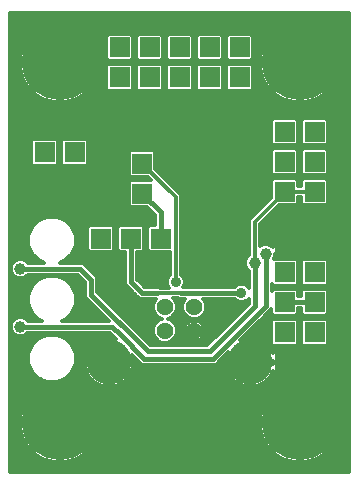
<source format=gbr>
G75*
G70*
%OFA0B0*%
%FSLAX24Y24*%
%IPPOS*%
%LPD*%
%AMOC8*
5,1,8,0,0,1.08239X$1,22.5*
%
%ADD10C,0.0562*%
%ADD11C,0.1500*%
%ADD12R,0.0650X0.0650*%
%ADD13C,0.2540*%
%ADD14C,0.0120*%
%ADD15C,0.0357*%
%ADD16C,0.0160*%
%ADD17C,0.0396*%
D10*
X005918Y005473D03*
X005918Y006260D03*
X006902Y006260D03*
X006902Y005473D03*
D11*
X008772Y004410D03*
X004048Y004410D03*
D12*
X003785Y008535D03*
X004785Y008535D03*
X005785Y008535D03*
X005160Y010035D03*
X005160Y011035D03*
X002910Y011410D03*
X002910Y012410D03*
X001910Y012410D03*
X001910Y011410D03*
X001910Y010410D03*
X002910Y010410D03*
X004410Y013910D03*
X004410Y014910D03*
X005410Y014910D03*
X005410Y013910D03*
X006410Y013910D03*
X006410Y014910D03*
X007410Y014910D03*
X007410Y013910D03*
X008410Y013910D03*
X008410Y014910D03*
X009910Y012098D03*
X009910Y011098D03*
X009910Y010098D03*
X010910Y010098D03*
X010910Y011098D03*
X010910Y012098D03*
X010910Y008410D03*
X010910Y007410D03*
X010910Y006410D03*
X010910Y005410D03*
X010910Y004410D03*
X009910Y004410D03*
X009910Y005410D03*
X009910Y006410D03*
X009910Y007410D03*
X009910Y008410D03*
D13*
X010410Y014410D03*
X002410Y014410D03*
X002410Y002410D03*
X010410Y002410D03*
D14*
X000770Y000770D02*
X000770Y016050D01*
X012050Y016050D01*
X012050Y000770D01*
X000770Y000770D01*
X000770Y000884D02*
X012050Y000884D01*
X012050Y001003D02*
X000770Y001003D01*
X000770Y001121D02*
X002078Y001121D01*
X002086Y001118D02*
X002215Y001093D01*
X002345Y001080D01*
X002350Y001080D01*
X002350Y002350D01*
X002470Y002350D01*
X002470Y002470D01*
X003740Y002470D01*
X003740Y002475D01*
X003727Y002605D01*
X003702Y002734D01*
X003664Y002859D01*
X003614Y002979D01*
X003552Y003095D01*
X003480Y003203D01*
X003397Y003304D01*
X003304Y003397D01*
X003203Y003480D01*
X003095Y003552D01*
X002979Y003614D01*
X002859Y003664D01*
X002734Y003702D01*
X002605Y003727D01*
X002475Y003740D01*
X002470Y003740D01*
X002470Y002470D01*
X002350Y002470D01*
X002350Y003740D01*
X002345Y003740D01*
X002215Y003727D01*
X002086Y003702D01*
X001961Y003664D01*
X001841Y003614D01*
X001725Y003552D01*
X001617Y003480D01*
X001516Y003397D01*
X001423Y003304D01*
X001340Y003203D01*
X001268Y003095D01*
X001206Y002979D01*
X001156Y002859D01*
X001118Y002734D01*
X001093Y002605D01*
X001080Y002475D01*
X001080Y002470D01*
X002350Y002470D01*
X002350Y002350D01*
X001080Y002350D01*
X001080Y002345D01*
X001093Y002215D01*
X001118Y002086D01*
X001156Y001961D01*
X001206Y001841D01*
X001268Y001725D01*
X001340Y001617D01*
X001423Y001516D01*
X001516Y001423D01*
X001617Y001340D01*
X001725Y001268D01*
X001841Y001206D01*
X001961Y001156D01*
X002086Y001118D01*
X002350Y001121D02*
X002470Y001121D01*
X002470Y001080D02*
X002475Y001080D01*
X002605Y001093D01*
X002734Y001118D01*
X002859Y001156D01*
X002979Y001206D01*
X003095Y001268D01*
X003203Y001340D01*
X003304Y001423D01*
X003397Y001516D01*
X003480Y001617D01*
X003552Y001725D01*
X003614Y001841D01*
X003664Y001961D01*
X003702Y002086D01*
X003727Y002215D01*
X003740Y002345D01*
X003740Y002350D01*
X002470Y002350D01*
X002470Y001080D01*
X002470Y001240D02*
X002350Y001240D01*
X002350Y001358D02*
X002470Y001358D01*
X002470Y001477D02*
X002350Y001477D01*
X002350Y001595D02*
X002470Y001595D01*
X002470Y001714D02*
X002350Y001714D01*
X002350Y001832D02*
X002470Y001832D01*
X002470Y001951D02*
X002350Y001951D01*
X002350Y002069D02*
X002470Y002069D01*
X002470Y002188D02*
X002350Y002188D01*
X002350Y002306D02*
X002470Y002306D01*
X002470Y002425D02*
X010350Y002425D01*
X010350Y002470D02*
X010350Y002350D01*
X010470Y002350D01*
X010470Y002470D01*
X011740Y002470D01*
X011740Y002475D01*
X011727Y002605D01*
X011702Y002734D01*
X011664Y002859D01*
X011614Y002979D01*
X011552Y003095D01*
X011480Y003203D01*
X011397Y003304D01*
X011304Y003397D01*
X011203Y003480D01*
X011095Y003552D01*
X010979Y003614D01*
X010859Y003664D01*
X010734Y003702D01*
X010605Y003727D01*
X010475Y003740D01*
X010470Y003740D01*
X010470Y002470D01*
X010350Y002470D01*
X010350Y003740D01*
X010345Y003740D01*
X010215Y003727D01*
X010086Y003702D01*
X009961Y003664D01*
X009841Y003614D01*
X009725Y003552D01*
X009617Y003480D01*
X009516Y003397D01*
X009423Y003304D01*
X009340Y003203D01*
X009268Y003095D01*
X009206Y002979D01*
X009156Y002859D01*
X009118Y002734D01*
X009093Y002605D01*
X009080Y002475D01*
X009080Y002470D01*
X010350Y002470D01*
X010350Y002543D02*
X010470Y002543D01*
X010470Y002425D02*
X012050Y002425D01*
X012050Y002543D02*
X011733Y002543D01*
X011716Y002662D02*
X012050Y002662D01*
X012050Y002780D02*
X011688Y002780D01*
X011647Y002899D02*
X012050Y002899D01*
X012050Y003017D02*
X011594Y003017D01*
X011525Y003136D02*
X012050Y003136D01*
X012050Y003254D02*
X011438Y003254D01*
X011328Y003373D02*
X012050Y003373D01*
X012050Y003491D02*
X011186Y003491D01*
X010987Y003610D02*
X012050Y003610D01*
X012050Y003728D02*
X010597Y003728D01*
X010470Y003728D02*
X010350Y003728D01*
X010350Y003610D02*
X010470Y003610D01*
X010470Y003491D02*
X010350Y003491D01*
X010350Y003373D02*
X010470Y003373D01*
X010470Y003254D02*
X010350Y003254D01*
X010350Y003136D02*
X010470Y003136D01*
X010470Y003017D02*
X010350Y003017D01*
X010350Y002899D02*
X010470Y002899D01*
X010470Y002780D02*
X010350Y002780D01*
X010350Y002662D02*
X010470Y002662D01*
X010470Y002350D02*
X011740Y002350D01*
X011740Y002345D01*
X011727Y002215D01*
X011702Y002086D01*
X011664Y001961D01*
X011614Y001841D01*
X011552Y001725D01*
X011480Y001617D01*
X011397Y001516D01*
X011304Y001423D01*
X011203Y001340D01*
X011095Y001268D01*
X010979Y001206D01*
X010859Y001156D01*
X010734Y001118D01*
X010605Y001093D01*
X010475Y001080D01*
X010470Y001080D01*
X010470Y002350D01*
X010470Y002306D02*
X010350Y002306D01*
X010350Y002350D02*
X010350Y001080D01*
X010345Y001080D01*
X010215Y001093D01*
X010086Y001118D01*
X009961Y001156D01*
X009841Y001206D01*
X009725Y001268D01*
X009617Y001340D01*
X009516Y001423D01*
X009423Y001516D01*
X009340Y001617D01*
X009268Y001725D01*
X009206Y001841D01*
X009156Y001961D01*
X009118Y002086D01*
X009093Y002215D01*
X009080Y002345D01*
X009080Y002350D01*
X010350Y002350D01*
X010350Y002188D02*
X010470Y002188D01*
X010470Y002069D02*
X010350Y002069D01*
X010350Y001951D02*
X010470Y001951D01*
X010470Y001832D02*
X010350Y001832D01*
X010350Y001714D02*
X010470Y001714D01*
X010470Y001595D02*
X010350Y001595D01*
X010350Y001477D02*
X010470Y001477D01*
X010470Y001358D02*
X010350Y001358D01*
X010350Y001240D02*
X010470Y001240D01*
X010470Y001121D02*
X010350Y001121D01*
X010078Y001121D02*
X002742Y001121D01*
X003042Y001240D02*
X009778Y001240D01*
X009595Y001358D02*
X003225Y001358D01*
X003357Y001477D02*
X009463Y001477D01*
X009358Y001595D02*
X003462Y001595D01*
X003544Y001714D02*
X009276Y001714D01*
X009211Y001832D02*
X003609Y001832D01*
X003659Y001951D02*
X009161Y001951D01*
X009124Y002069D02*
X003696Y002069D01*
X003722Y002188D02*
X009098Y002188D01*
X009084Y002306D02*
X003736Y002306D01*
X003733Y002543D02*
X009087Y002543D01*
X009104Y002662D02*
X003716Y002662D01*
X003688Y002780D02*
X009132Y002780D01*
X009173Y002899D02*
X003647Y002899D01*
X003594Y003017D02*
X009226Y003017D01*
X009295Y003136D02*
X003525Y003136D01*
X003438Y003254D02*
X009382Y003254D01*
X009492Y003373D02*
X003328Y003373D01*
X003186Y003491D02*
X009634Y003491D01*
X009833Y003610D02*
X008898Y003610D01*
X008931Y003614D02*
X009033Y003641D01*
X009131Y003682D01*
X009223Y003735D01*
X009307Y003800D01*
X009383Y003875D01*
X009447Y003959D01*
X009500Y004051D01*
X009525Y004111D01*
X009525Y004073D01*
X009534Y004051D01*
X009551Y004034D01*
X009573Y004025D01*
X009882Y004025D01*
X009882Y004382D01*
X009938Y004382D01*
X009938Y004438D01*
X009882Y004438D01*
X009882Y004795D01*
X009573Y004795D01*
X009551Y004786D01*
X009534Y004769D01*
X009525Y004747D01*
X009525Y004709D01*
X009500Y004769D01*
X009447Y004861D01*
X009383Y004945D01*
X009307Y005020D01*
X009223Y005085D01*
X009131Y005138D01*
X009033Y005179D01*
X008931Y005206D01*
X008832Y005219D01*
X008832Y004470D01*
X008712Y004470D01*
X008712Y004350D01*
X007963Y004350D01*
X007976Y004252D01*
X008004Y004149D01*
X008044Y004051D01*
X008097Y003959D01*
X008162Y003875D01*
X008237Y003800D01*
X008321Y003735D01*
X008413Y003682D01*
X008511Y003641D01*
X008614Y003614D01*
X008712Y003601D01*
X008712Y004350D01*
X008832Y004350D01*
X008832Y003601D01*
X008931Y003614D01*
X008832Y003610D02*
X008712Y003610D01*
X008647Y003610D02*
X004173Y003610D01*
X004206Y003614D02*
X004108Y003601D01*
X004108Y004350D01*
X004108Y004470D01*
X004857Y004470D01*
X004844Y004568D01*
X004821Y004654D01*
X005023Y004452D01*
X005140Y004335D01*
X007618Y004335D01*
X008039Y004756D01*
X008004Y004671D01*
X007976Y004568D01*
X007963Y004470D01*
X008712Y004470D01*
X008712Y005219D01*
X008614Y005206D01*
X008511Y005179D01*
X008426Y005143D01*
X009243Y005960D01*
X009465Y006182D01*
X009465Y006035D01*
X009535Y005965D01*
X010285Y005965D01*
X010355Y006035D01*
X010355Y006210D01*
X010465Y006210D01*
X010465Y006035D01*
X010535Y005965D01*
X011285Y005965D01*
X011355Y006035D01*
X011355Y006785D01*
X011285Y006855D01*
X010535Y006855D01*
X010465Y006785D01*
X010465Y006610D01*
X010355Y006610D01*
X010355Y006785D01*
X010285Y006855D01*
X009535Y006855D01*
X009485Y006805D01*
X009485Y007015D01*
X009535Y006965D01*
X010285Y006965D01*
X010355Y007035D01*
X010355Y007785D01*
X010285Y007855D01*
X009555Y007855D01*
X009603Y007972D01*
X009603Y008025D01*
X009882Y008025D01*
X009882Y008382D01*
X009525Y008382D01*
X009525Y008245D01*
X009465Y008305D01*
X009348Y008353D01*
X009222Y008353D01*
X009105Y008305D01*
X009090Y008290D01*
X009090Y009023D01*
X009720Y009653D01*
X010285Y009653D01*
X010535Y009653D01*
X011285Y009653D01*
X012050Y009653D01*
X012050Y009535D02*
X009602Y009535D01*
X009483Y009416D02*
X012050Y009416D01*
X012050Y009298D02*
X009365Y009298D01*
X009246Y009179D02*
X012050Y009179D01*
X012050Y009061D02*
X009128Y009061D01*
X009090Y008942D02*
X012050Y008942D01*
X012050Y008824D02*
X009090Y008824D01*
X009090Y008705D02*
X009525Y008705D01*
X009525Y008747D02*
X009525Y008438D01*
X009882Y008438D01*
X009882Y008795D01*
X009573Y008795D01*
X009551Y008786D01*
X009534Y008769D01*
X009525Y008747D01*
X009525Y008587D02*
X009090Y008587D01*
X009090Y008468D02*
X009525Y008468D01*
X009525Y008350D02*
X009357Y008350D01*
X009213Y008350D02*
X009090Y008350D01*
X008730Y008350D02*
X006465Y008350D01*
X006465Y008468D02*
X008730Y008468D01*
X008730Y008587D02*
X006465Y008587D01*
X006465Y008705D02*
X008730Y008705D01*
X008730Y008824D02*
X006465Y008824D01*
X006465Y008942D02*
X008730Y008942D01*
X008730Y009061D02*
X006465Y009061D01*
X006465Y009179D02*
X008737Y009179D01*
X008730Y009172D02*
X008730Y007992D01*
X008730Y007992D01*
X008640Y007903D01*
X008592Y007786D01*
X008592Y007659D01*
X008640Y007542D01*
X008710Y007473D01*
X008710Y006907D01*
X008642Y006975D01*
X008532Y007021D01*
X008413Y007021D01*
X008303Y006975D01*
X008250Y006922D01*
X006532Y006922D01*
X006538Y006928D01*
X006583Y007038D01*
X006583Y007157D01*
X006538Y007267D01*
X006465Y007340D01*
X006465Y009985D01*
X005605Y010845D01*
X005605Y011410D01*
X005535Y011480D01*
X004785Y011480D01*
X004715Y011410D01*
X004715Y010660D01*
X004785Y010590D01*
X005350Y010590D01*
X005460Y010480D01*
X004785Y010480D01*
X004715Y010410D01*
X004715Y009660D01*
X004785Y009590D01*
X005322Y009590D01*
X005585Y009327D01*
X005585Y008980D01*
X005410Y008980D01*
X005340Y008910D01*
X005340Y008160D01*
X005410Y008090D01*
X006105Y008090D01*
X006105Y007340D01*
X006032Y007267D01*
X005987Y007157D01*
X005987Y007038D01*
X006032Y006928D01*
X006058Y006902D01*
X005763Y006902D01*
X005743Y006922D01*
X005243Y006922D01*
X005180Y006985D01*
X004985Y007180D01*
X004985Y008090D01*
X005160Y008090D01*
X005230Y008160D01*
X005230Y008910D01*
X005160Y008980D01*
X004410Y008980D01*
X004340Y008910D01*
X004340Y008160D01*
X004410Y008090D01*
X004585Y008090D01*
X004585Y007015D01*
X004898Y006702D01*
X004960Y006640D01*
X005077Y006523D01*
X005613Y006523D01*
X005578Y006488D01*
X005517Y006340D01*
X005517Y006181D01*
X005578Y006033D01*
X005691Y005920D01*
X005820Y005867D01*
X005691Y005813D01*
X005578Y005700D01*
X005517Y005553D01*
X005517Y005393D01*
X005578Y005246D01*
X005691Y005133D01*
X005838Y005072D01*
X005998Y005072D01*
X006145Y005133D01*
X006258Y005246D01*
X006319Y005393D01*
X006319Y005553D01*
X006258Y005700D01*
X006145Y005813D01*
X006016Y005867D01*
X006145Y005920D01*
X006258Y006033D01*
X006319Y006181D01*
X006319Y006340D01*
X006258Y006488D01*
X006203Y006543D01*
X006370Y006543D01*
X006390Y006523D01*
X006597Y006523D01*
X006562Y006488D01*
X006501Y006340D01*
X006501Y006181D01*
X006562Y006033D01*
X006675Y005920D01*
X006822Y005859D01*
X006982Y005859D01*
X007129Y005920D01*
X007242Y006033D01*
X007303Y006181D01*
X007303Y006340D01*
X007242Y006488D01*
X007207Y006523D01*
X008250Y006523D01*
X008303Y006470D01*
X008413Y006424D01*
X008532Y006424D01*
X008642Y006470D01*
X008710Y006538D01*
X008710Y006368D01*
X007327Y004985D01*
X005430Y004985D01*
X003672Y006743D01*
X003672Y007243D01*
X003180Y007735D01*
X002428Y007735D01*
X002608Y007810D01*
X002831Y008033D01*
X002951Y008323D01*
X002951Y008638D01*
X002831Y008929D01*
X002608Y009152D01*
X002317Y009272D01*
X002003Y009272D01*
X001712Y009152D01*
X001489Y008929D01*
X001369Y008638D01*
X001369Y008323D01*
X001489Y008033D01*
X001712Y007810D01*
X001892Y007735D01*
X001347Y007735D01*
X001278Y007805D01*
X001161Y007853D01*
X001034Y007853D01*
X000917Y007805D01*
X000828Y007715D01*
X000779Y007598D01*
X000779Y007472D01*
X000828Y007355D01*
X000917Y007265D01*
X001034Y007217D01*
X001161Y007217D01*
X001278Y007265D01*
X001347Y007335D01*
X003015Y007335D01*
X003273Y007077D01*
X003273Y006577D01*
X003390Y006460D01*
X004052Y005797D01*
X002502Y005797D01*
X002608Y005841D01*
X002831Y006064D01*
X002951Y006355D01*
X002951Y006670D01*
X002831Y006961D01*
X002608Y007183D01*
X002317Y007304D01*
X002003Y007304D01*
X001712Y007183D01*
X001489Y006961D01*
X001369Y006670D01*
X001369Y006355D01*
X001489Y006064D01*
X001712Y005841D01*
X001818Y005797D01*
X001347Y005797D01*
X001278Y005867D01*
X001161Y005916D01*
X001034Y005916D01*
X000917Y005867D01*
X000828Y005778D01*
X000779Y005661D01*
X000779Y005534D01*
X000828Y005417D01*
X000917Y005328D01*
X001034Y005279D01*
X001161Y005279D01*
X001278Y005328D01*
X001347Y005398D01*
X004077Y005398D01*
X004291Y005183D01*
X004206Y005206D01*
X004108Y005219D01*
X004108Y004470D01*
X003988Y004470D01*
X003988Y005219D01*
X003889Y005206D01*
X003787Y005179D01*
X003689Y005138D01*
X003597Y005085D01*
X003513Y005020D01*
X003437Y004945D01*
X003373Y004861D01*
X003320Y004769D01*
X003279Y004671D01*
X003252Y004568D01*
X003239Y004470D01*
X003988Y004470D01*
X003988Y004350D01*
X004108Y004350D01*
X004857Y004350D01*
X004844Y004252D01*
X004816Y004149D01*
X004776Y004051D01*
X004723Y003959D01*
X004658Y003875D01*
X004583Y003800D01*
X004499Y003735D01*
X004407Y003682D01*
X004309Y003641D01*
X004206Y003614D01*
X004108Y003610D02*
X003988Y003610D01*
X003988Y003601D02*
X003988Y004350D01*
X003239Y004350D01*
X003252Y004252D01*
X003279Y004149D01*
X003320Y004051D01*
X003373Y003959D01*
X003437Y003875D01*
X003513Y003800D01*
X003597Y003735D01*
X003689Y003682D01*
X003787Y003641D01*
X003889Y003614D01*
X003988Y003601D01*
X003922Y003610D02*
X002987Y003610D01*
X002700Y003965D02*
X003369Y003965D01*
X003306Y004084D02*
X002819Y004084D01*
X002831Y004096D02*
X002951Y004386D01*
X002951Y004701D01*
X002831Y004992D01*
X002608Y005215D01*
X002317Y005335D01*
X002003Y005335D01*
X001712Y005215D01*
X001489Y004992D01*
X001369Y004701D01*
X001369Y004386D01*
X001489Y004096D01*
X001712Y003873D01*
X002003Y003752D01*
X002317Y003752D01*
X002608Y003873D01*
X002831Y004096D01*
X002875Y004202D02*
X003265Y004202D01*
X003243Y004321D02*
X002924Y004321D01*
X002951Y004439D02*
X003988Y004439D01*
X003988Y004321D02*
X004108Y004321D01*
X004108Y004439D02*
X005036Y004439D01*
X004917Y004558D02*
X004845Y004558D01*
X004853Y004321D02*
X007967Y004321D01*
X007989Y004202D02*
X004831Y004202D01*
X004789Y004084D02*
X008031Y004084D01*
X008094Y003965D02*
X004726Y003965D01*
X004630Y003847D02*
X008190Y003847D01*
X008333Y003728D02*
X004487Y003728D01*
X004108Y003728D02*
X003988Y003728D01*
X003988Y003847D02*
X004108Y003847D01*
X004108Y003965D02*
X003988Y003965D01*
X003988Y004084D02*
X004108Y004084D01*
X004108Y004202D02*
X003988Y004202D01*
X003988Y004558D02*
X004108Y004558D01*
X004108Y004676D02*
X003988Y004676D01*
X003988Y004795D02*
X004108Y004795D01*
X004108Y004913D02*
X003988Y004913D01*
X003988Y005032D02*
X004108Y005032D01*
X004108Y005150D02*
X003988Y005150D01*
X004088Y005387D02*
X001337Y005387D01*
X001528Y005032D02*
X000770Y005032D01*
X000770Y005150D02*
X001647Y005150D01*
X001841Y005269D02*
X000770Y005269D01*
X000770Y005387D02*
X000858Y005387D01*
X000791Y005506D02*
X000770Y005506D01*
X000770Y005624D02*
X000779Y005624D01*
X000770Y005743D02*
X000813Y005743D01*
X000770Y005861D02*
X000911Y005861D01*
X000770Y005980D02*
X001574Y005980D01*
X001475Y006098D02*
X000770Y006098D01*
X000770Y006217D02*
X001426Y006217D01*
X001377Y006335D02*
X000770Y006335D01*
X000770Y006454D02*
X001369Y006454D01*
X001369Y006572D02*
X000770Y006572D01*
X000770Y006691D02*
X001377Y006691D01*
X001426Y006809D02*
X000770Y006809D01*
X000770Y006928D02*
X001475Y006928D01*
X001574Y007046D02*
X000770Y007046D01*
X000770Y007165D02*
X001693Y007165D01*
X001952Y007283D02*
X001295Y007283D01*
X001325Y007757D02*
X001839Y007757D01*
X001646Y007876D02*
X000770Y007876D01*
X000770Y007994D02*
X001528Y007994D01*
X001456Y008113D02*
X000770Y008113D01*
X000770Y008231D02*
X001407Y008231D01*
X001369Y008350D02*
X000770Y008350D01*
X000770Y008468D02*
X001369Y008468D01*
X001369Y008587D02*
X000770Y008587D01*
X000770Y008705D02*
X001396Y008705D01*
X001445Y008824D02*
X000770Y008824D01*
X000770Y008942D02*
X001502Y008942D01*
X001620Y009061D02*
X000770Y009061D01*
X000770Y009179D02*
X001777Y009179D01*
X001882Y010025D02*
X001573Y010025D01*
X001551Y010034D01*
X001534Y010051D01*
X001525Y010073D01*
X001525Y010382D01*
X001882Y010382D01*
X001938Y010382D01*
X001938Y010438D01*
X001882Y010438D01*
X001882Y010795D01*
X001573Y010795D01*
X001551Y010786D01*
X001534Y010769D01*
X001525Y010747D01*
X001525Y010438D01*
X001882Y010438D01*
X001882Y010382D01*
X001882Y010025D01*
X001938Y010025D02*
X002247Y010025D01*
X002269Y010034D01*
X002286Y010051D01*
X002295Y010073D01*
X002295Y010382D01*
X001938Y010382D01*
X001938Y010025D01*
X001938Y010127D02*
X001882Y010127D01*
X001882Y010246D02*
X001938Y010246D01*
X001938Y010364D02*
X001882Y010364D01*
X001938Y010438D02*
X002295Y010438D01*
X002295Y010747D01*
X002286Y010769D01*
X002269Y010786D01*
X002247Y010795D01*
X001938Y010795D01*
X001938Y010438D01*
X001938Y010483D02*
X001882Y010483D01*
X001882Y010601D02*
X001938Y010601D01*
X001938Y010720D02*
X001882Y010720D01*
X002295Y010720D02*
X002525Y010720D01*
X002525Y010747D02*
X002525Y010438D01*
X002882Y010438D01*
X002882Y010795D01*
X002573Y010795D01*
X002551Y010786D01*
X002534Y010769D01*
X002525Y010747D01*
X002525Y010601D02*
X002295Y010601D01*
X002295Y010483D02*
X002525Y010483D01*
X002525Y010382D02*
X002525Y010073D01*
X002534Y010051D01*
X002551Y010034D01*
X002573Y010025D01*
X002882Y010025D01*
X002882Y010382D01*
X002938Y010382D01*
X002938Y010438D01*
X002882Y010438D01*
X002882Y010382D01*
X002525Y010382D01*
X002525Y010364D02*
X002295Y010364D01*
X002295Y010246D02*
X002525Y010246D01*
X002525Y010127D02*
X002295Y010127D01*
X002882Y010127D02*
X002938Y010127D01*
X002938Y010025D02*
X003247Y010025D01*
X003269Y010034D01*
X003286Y010051D01*
X003295Y010073D01*
X003295Y010382D01*
X002938Y010382D01*
X002938Y010025D01*
X002938Y010246D02*
X002882Y010246D01*
X002882Y010364D02*
X002938Y010364D01*
X002938Y010438D02*
X003295Y010438D01*
X003295Y010747D01*
X003286Y010769D01*
X003269Y010786D01*
X003247Y010795D01*
X002938Y010795D01*
X002938Y010438D01*
X002938Y010483D02*
X002882Y010483D01*
X002882Y010601D02*
X002938Y010601D01*
X002938Y010720D02*
X002882Y010720D01*
X002535Y010965D02*
X003285Y010965D01*
X003355Y011035D01*
X003355Y011785D01*
X003285Y011855D01*
X002535Y011855D01*
X002465Y011785D01*
X002465Y011035D01*
X002535Y010965D01*
X002465Y011075D02*
X002355Y011075D01*
X002355Y011035D02*
X002355Y011785D01*
X002285Y011855D01*
X001535Y011855D01*
X001465Y011785D01*
X001465Y011035D01*
X001535Y010965D01*
X002285Y010965D01*
X002355Y011035D01*
X002355Y011194D02*
X002465Y011194D01*
X002465Y011312D02*
X002355Y011312D01*
X002355Y011431D02*
X002465Y011431D01*
X002465Y011549D02*
X002355Y011549D01*
X002355Y011668D02*
X002465Y011668D01*
X002466Y011786D02*
X002354Y011786D01*
X002247Y012025D02*
X002269Y012034D01*
X002286Y012051D01*
X002295Y012073D01*
X002295Y012382D01*
X001938Y012382D01*
X001938Y012438D01*
X001882Y012438D01*
X001882Y012795D01*
X001573Y012795D01*
X001551Y012786D01*
X001534Y012769D01*
X001525Y012747D01*
X001525Y012438D01*
X001882Y012438D01*
X001882Y012382D01*
X001938Y012382D01*
X001938Y012025D01*
X002247Y012025D01*
X002295Y012142D02*
X002525Y012142D01*
X002525Y012073D02*
X002534Y012051D01*
X002551Y012034D01*
X002573Y012025D01*
X002882Y012025D01*
X002882Y012382D01*
X002938Y012382D01*
X002938Y012438D01*
X002882Y012438D01*
X002882Y012795D01*
X002573Y012795D01*
X002551Y012786D01*
X002534Y012769D01*
X002525Y012747D01*
X002525Y012438D01*
X002882Y012438D01*
X002882Y012382D01*
X002525Y012382D01*
X002525Y012073D01*
X002525Y012260D02*
X002295Y012260D01*
X002295Y012379D02*
X002525Y012379D01*
X002525Y012497D02*
X002295Y012497D01*
X002295Y012438D02*
X002295Y012747D01*
X002286Y012769D01*
X002269Y012786D01*
X002247Y012795D01*
X001938Y012795D01*
X001938Y012438D01*
X002295Y012438D01*
X002295Y012616D02*
X002525Y012616D01*
X002525Y012734D02*
X002295Y012734D01*
X002345Y013080D02*
X002215Y013093D01*
X002086Y013118D01*
X001961Y013156D01*
X001841Y013206D01*
X001725Y013268D01*
X001617Y013340D01*
X001516Y013423D01*
X001423Y013516D01*
X001340Y013617D01*
X001268Y013725D01*
X001206Y013841D01*
X001156Y013961D01*
X001118Y014086D01*
X001093Y014215D01*
X001080Y014345D01*
X001080Y014350D01*
X002350Y014350D01*
X002470Y014350D01*
X002470Y014470D01*
X003740Y014470D01*
X003740Y014475D01*
X003727Y014605D01*
X003702Y014734D01*
X003664Y014859D01*
X003614Y014979D01*
X003552Y015095D01*
X003480Y015203D01*
X003397Y015304D01*
X003304Y015397D01*
X003203Y015480D01*
X003095Y015552D01*
X002979Y015614D01*
X002859Y015664D01*
X002734Y015702D01*
X002605Y015727D01*
X002475Y015740D01*
X002470Y015740D01*
X002470Y014470D01*
X002350Y014470D01*
X002350Y015740D01*
X002345Y015740D01*
X002215Y015727D01*
X002086Y015702D01*
X001961Y015664D01*
X001841Y015614D01*
X001725Y015552D01*
X001617Y015480D01*
X001516Y015397D01*
X001423Y015304D01*
X001340Y015203D01*
X001268Y015095D01*
X001206Y014979D01*
X001156Y014859D01*
X001118Y014734D01*
X001093Y014605D01*
X001080Y014475D01*
X001080Y014470D01*
X002350Y014470D01*
X002350Y014350D01*
X002350Y013080D01*
X002345Y013080D01*
X002350Y013090D02*
X002470Y013090D01*
X002470Y013080D02*
X002475Y013080D01*
X002605Y013093D01*
X002734Y013118D01*
X002859Y013156D01*
X002979Y013206D01*
X003095Y013268D01*
X003203Y013340D01*
X003304Y013423D01*
X003397Y013516D01*
X003480Y013617D01*
X003552Y013725D01*
X003614Y013841D01*
X003664Y013961D01*
X003702Y014086D01*
X003727Y014215D01*
X003740Y014345D01*
X003740Y014350D01*
X002470Y014350D01*
X002470Y013080D01*
X002572Y013090D02*
X010248Y013090D01*
X010215Y013093D02*
X010345Y013080D01*
X010350Y013080D01*
X010350Y014350D01*
X010470Y014350D01*
X010470Y014470D01*
X011740Y014470D01*
X011740Y014475D01*
X011727Y014605D01*
X011702Y014734D01*
X011664Y014859D01*
X011614Y014979D01*
X011552Y015095D01*
X011480Y015203D01*
X011397Y015304D01*
X011304Y015397D01*
X011203Y015480D01*
X011095Y015552D01*
X010979Y015614D01*
X010859Y015664D01*
X010734Y015702D01*
X010605Y015727D01*
X010475Y015740D01*
X010470Y015740D01*
X010470Y014470D01*
X010350Y014470D01*
X010350Y015740D01*
X010345Y015740D01*
X010215Y015727D01*
X010086Y015702D01*
X009961Y015664D01*
X009841Y015614D01*
X009725Y015552D01*
X009617Y015480D01*
X009516Y015397D01*
X009423Y015304D01*
X009340Y015203D01*
X009268Y015095D01*
X009206Y014979D01*
X009156Y014859D01*
X009118Y014734D01*
X009093Y014605D01*
X009080Y014475D01*
X009080Y014470D01*
X010350Y014470D01*
X010350Y014350D01*
X009080Y014350D01*
X009080Y014345D01*
X009093Y014215D01*
X009118Y014086D01*
X009156Y013961D01*
X009206Y013841D01*
X009268Y013725D01*
X009340Y013617D01*
X009423Y013516D01*
X009516Y013423D01*
X009617Y013340D01*
X009725Y013268D01*
X009841Y013206D01*
X009961Y013156D01*
X010086Y013118D01*
X010215Y013093D01*
X010350Y013090D02*
X010470Y013090D01*
X010470Y013080D02*
X010475Y013080D01*
X010605Y013093D01*
X010734Y013118D01*
X010859Y013156D01*
X010979Y013206D01*
X011095Y013268D01*
X011203Y013340D01*
X011304Y013423D01*
X011397Y013516D01*
X011480Y013617D01*
X011552Y013725D01*
X011614Y013841D01*
X011664Y013961D01*
X011702Y014086D01*
X011727Y014215D01*
X011740Y014345D01*
X011740Y014350D01*
X010470Y014350D01*
X010470Y013080D01*
X010572Y013090D02*
X012050Y013090D01*
X012050Y013208D02*
X010983Y013208D01*
X011182Y013327D02*
X012050Y013327D01*
X012050Y013445D02*
X011326Y013445D01*
X011436Y013564D02*
X012050Y013564D01*
X012050Y013682D02*
X011523Y013682D01*
X011592Y013801D02*
X012050Y013801D01*
X012050Y013919D02*
X011646Y013919D01*
X011687Y014038D02*
X012050Y014038D01*
X012050Y014156D02*
X011716Y014156D01*
X011733Y014275D02*
X012050Y014275D01*
X012050Y014393D02*
X010470Y014393D01*
X010470Y014275D02*
X010350Y014275D01*
X010350Y014393D02*
X002470Y014393D01*
X002470Y014275D02*
X002350Y014275D01*
X002350Y014393D02*
X000770Y014393D01*
X000770Y014275D02*
X001087Y014275D01*
X001104Y014156D02*
X000770Y014156D01*
X000770Y014038D02*
X001133Y014038D01*
X001174Y013919D02*
X000770Y013919D01*
X000770Y013801D02*
X001228Y013801D01*
X001297Y013682D02*
X000770Y013682D01*
X000770Y013564D02*
X001384Y013564D01*
X001494Y013445D02*
X000770Y013445D01*
X000770Y013327D02*
X001638Y013327D01*
X001837Y013208D02*
X000770Y013208D01*
X000770Y013090D02*
X002248Y013090D01*
X002350Y013208D02*
X002470Y013208D01*
X002470Y013327D02*
X002350Y013327D01*
X002350Y013445D02*
X002470Y013445D01*
X002470Y013564D02*
X002350Y013564D01*
X002350Y013682D02*
X002470Y013682D01*
X002470Y013801D02*
X002350Y013801D01*
X002350Y013919D02*
X002470Y013919D01*
X002470Y014038D02*
X002350Y014038D01*
X002350Y014156D02*
X002470Y014156D01*
X002470Y014512D02*
X002350Y014512D01*
X002350Y014630D02*
X002470Y014630D01*
X002470Y014749D02*
X002350Y014749D01*
X002350Y014867D02*
X002470Y014867D01*
X002470Y014986D02*
X002350Y014986D01*
X002350Y015104D02*
X002470Y015104D01*
X002470Y015223D02*
X002350Y015223D01*
X002350Y015341D02*
X002470Y015341D01*
X002470Y015460D02*
X002350Y015460D01*
X002350Y015578D02*
X002470Y015578D01*
X002470Y015697D02*
X002350Y015697D01*
X002069Y015697D02*
X000770Y015697D01*
X000770Y015815D02*
X012050Y015815D01*
X012050Y015697D02*
X010751Y015697D01*
X010470Y015697D02*
X010350Y015697D01*
X010350Y015578D02*
X010470Y015578D01*
X010470Y015460D02*
X010350Y015460D01*
X010350Y015341D02*
X010470Y015341D01*
X010470Y015223D02*
X010350Y015223D01*
X010350Y015104D02*
X010470Y015104D01*
X010470Y014986D02*
X010350Y014986D01*
X010350Y014867D02*
X010470Y014867D01*
X010470Y014749D02*
X010350Y014749D01*
X010350Y014630D02*
X010470Y014630D01*
X010470Y014512D02*
X010350Y014512D01*
X010350Y014156D02*
X010470Y014156D01*
X010470Y014038D02*
X010350Y014038D01*
X010350Y013919D02*
X010470Y013919D01*
X010470Y013801D02*
X010350Y013801D01*
X010350Y013682D02*
X010470Y013682D01*
X010470Y013564D02*
X010350Y013564D01*
X010350Y013445D02*
X010470Y013445D01*
X010470Y013327D02*
X010350Y013327D01*
X010350Y013208D02*
X010470Y013208D01*
X009837Y013208D02*
X002983Y013208D01*
X003182Y013327D02*
X009638Y013327D01*
X009494Y013445D02*
X003326Y013445D01*
X003436Y013564D02*
X003965Y013564D01*
X003965Y013535D02*
X004035Y013465D01*
X004785Y013465D01*
X004855Y013535D01*
X004855Y014285D01*
X004785Y014355D01*
X004035Y014355D01*
X003965Y014285D01*
X003965Y013535D01*
X003965Y013682D02*
X003523Y013682D01*
X003592Y013801D02*
X003965Y013801D01*
X003965Y013919D02*
X003646Y013919D01*
X003687Y014038D02*
X003965Y014038D01*
X003965Y014156D02*
X003716Y014156D01*
X003733Y014275D02*
X003965Y014275D01*
X004035Y014465D02*
X004785Y014465D01*
X004855Y014535D01*
X004855Y015285D01*
X004785Y015355D01*
X004035Y015355D01*
X003965Y015285D01*
X003965Y014535D01*
X004035Y014465D01*
X003989Y014512D02*
X003736Y014512D01*
X003722Y014630D02*
X003965Y014630D01*
X003965Y014749D02*
X003697Y014749D01*
X003660Y014867D02*
X003965Y014867D01*
X003965Y014986D02*
X003610Y014986D01*
X003546Y015104D02*
X003965Y015104D01*
X003965Y015223D02*
X003464Y015223D01*
X003360Y015341D02*
X004021Y015341D01*
X004799Y015341D02*
X005021Y015341D01*
X005035Y015355D02*
X004965Y015285D01*
X004965Y014535D01*
X005035Y014465D01*
X005785Y014465D01*
X005855Y014535D01*
X005855Y015285D01*
X005785Y015355D01*
X005035Y015355D01*
X004965Y015223D02*
X004855Y015223D01*
X004855Y015104D02*
X004965Y015104D01*
X004965Y014986D02*
X004855Y014986D01*
X004855Y014867D02*
X004965Y014867D01*
X004965Y014749D02*
X004855Y014749D01*
X004855Y014630D02*
X004965Y014630D01*
X004989Y014512D02*
X004831Y014512D01*
X005035Y014355D02*
X004965Y014285D01*
X004965Y013535D01*
X005035Y013465D01*
X005785Y013465D01*
X005855Y013535D01*
X005855Y014285D01*
X005785Y014355D01*
X005035Y014355D01*
X004965Y014275D02*
X004855Y014275D01*
X004855Y014156D02*
X004965Y014156D01*
X004965Y014038D02*
X004855Y014038D01*
X004855Y013919D02*
X004965Y013919D01*
X004965Y013801D02*
X004855Y013801D01*
X004855Y013682D02*
X004965Y013682D01*
X004965Y013564D02*
X004855Y013564D01*
X005855Y013564D02*
X005965Y013564D01*
X005965Y013535D02*
X006035Y013465D01*
X006785Y013465D01*
X006855Y013535D01*
X006855Y014285D01*
X006785Y014355D01*
X006035Y014355D01*
X005965Y014285D01*
X005965Y013535D01*
X005965Y013682D02*
X005855Y013682D01*
X005855Y013801D02*
X005965Y013801D01*
X005965Y013919D02*
X005855Y013919D01*
X005855Y014038D02*
X005965Y014038D01*
X005965Y014156D02*
X005855Y014156D01*
X005855Y014275D02*
X005965Y014275D01*
X006035Y014465D02*
X006785Y014465D01*
X006855Y014535D01*
X006855Y015285D01*
X006785Y015355D01*
X006035Y015355D01*
X005965Y015285D01*
X005965Y014535D01*
X006035Y014465D01*
X005989Y014512D02*
X005831Y014512D01*
X005855Y014630D02*
X005965Y014630D01*
X005965Y014749D02*
X005855Y014749D01*
X005855Y014867D02*
X005965Y014867D01*
X005965Y014986D02*
X005855Y014986D01*
X005855Y015104D02*
X005965Y015104D01*
X005965Y015223D02*
X005855Y015223D01*
X005799Y015341D02*
X006021Y015341D01*
X006799Y015341D02*
X007021Y015341D01*
X007035Y015355D02*
X006965Y015285D01*
X006965Y014535D01*
X007035Y014465D01*
X007785Y014465D01*
X007855Y014535D01*
X007855Y015285D01*
X007785Y015355D01*
X007035Y015355D01*
X006965Y015223D02*
X006855Y015223D01*
X006855Y015104D02*
X006965Y015104D01*
X006965Y014986D02*
X006855Y014986D01*
X006855Y014867D02*
X006965Y014867D01*
X006965Y014749D02*
X006855Y014749D01*
X006855Y014630D02*
X006965Y014630D01*
X006989Y014512D02*
X006831Y014512D01*
X006855Y014275D02*
X006965Y014275D01*
X006965Y014285D02*
X007035Y014355D01*
X007785Y014355D01*
X007855Y014285D01*
X007855Y013535D01*
X007785Y013465D01*
X007035Y013465D01*
X006965Y013535D01*
X006965Y014285D01*
X006965Y014156D02*
X006855Y014156D01*
X006855Y014038D02*
X006965Y014038D01*
X006965Y013919D02*
X006855Y013919D01*
X006855Y013801D02*
X006965Y013801D01*
X006965Y013682D02*
X006855Y013682D01*
X006855Y013564D02*
X006965Y013564D01*
X007855Y013564D02*
X007965Y013564D01*
X007965Y013535D02*
X008035Y013465D01*
X008785Y013465D01*
X008855Y013535D01*
X008855Y014285D01*
X008785Y014355D01*
X008035Y014355D01*
X007965Y014285D01*
X007965Y013535D01*
X007965Y013682D02*
X007855Y013682D01*
X007855Y013801D02*
X007965Y013801D01*
X007965Y013919D02*
X007855Y013919D01*
X007855Y014038D02*
X007965Y014038D01*
X007965Y014156D02*
X007855Y014156D01*
X007855Y014275D02*
X007965Y014275D01*
X008035Y014465D02*
X008785Y014465D01*
X008855Y014535D01*
X008855Y015285D01*
X008785Y015355D01*
X008035Y015355D01*
X007965Y015285D01*
X007965Y014535D01*
X008035Y014465D01*
X007989Y014512D02*
X007831Y014512D01*
X007855Y014630D02*
X007965Y014630D01*
X007965Y014749D02*
X007855Y014749D01*
X007855Y014867D02*
X007965Y014867D01*
X007965Y014986D02*
X007855Y014986D01*
X007855Y015104D02*
X007965Y015104D01*
X007965Y015223D02*
X007855Y015223D01*
X007799Y015341D02*
X008021Y015341D01*
X008799Y015341D02*
X009460Y015341D01*
X009356Y015223D02*
X008855Y015223D01*
X008855Y015104D02*
X009274Y015104D01*
X009210Y014986D02*
X008855Y014986D01*
X008855Y014867D02*
X009160Y014867D01*
X009123Y014749D02*
X008855Y014749D01*
X008855Y014630D02*
X009098Y014630D01*
X009084Y014512D02*
X008831Y014512D01*
X008855Y014275D02*
X009087Y014275D01*
X009104Y014156D02*
X008855Y014156D01*
X008855Y014038D02*
X009133Y014038D01*
X009174Y013919D02*
X008855Y013919D01*
X008855Y013801D02*
X009228Y013801D01*
X009297Y013682D02*
X008855Y013682D01*
X008855Y013564D02*
X009384Y013564D01*
X009535Y012542D02*
X009465Y012472D01*
X009465Y011723D01*
X009535Y011653D01*
X010285Y011653D01*
X010355Y011723D01*
X010355Y012472D01*
X010285Y012542D01*
X009535Y012542D01*
X009490Y012497D02*
X003295Y012497D01*
X003295Y012438D02*
X003295Y012747D01*
X003286Y012769D01*
X003269Y012786D01*
X003247Y012795D01*
X002938Y012795D01*
X002938Y012438D01*
X003295Y012438D01*
X003295Y012382D02*
X002938Y012382D01*
X002938Y012025D01*
X003247Y012025D01*
X003269Y012034D01*
X003286Y012051D01*
X003295Y012073D01*
X003295Y012382D01*
X003295Y012379D02*
X009465Y012379D01*
X009465Y012260D02*
X003295Y012260D01*
X003295Y012142D02*
X009465Y012142D01*
X009465Y012023D02*
X000770Y012023D01*
X000770Y011905D02*
X009465Y011905D01*
X009465Y011786D02*
X003354Y011786D01*
X003355Y011668D02*
X009520Y011668D01*
X009535Y011542D02*
X009465Y011472D01*
X009465Y010723D01*
X009535Y010653D01*
X010285Y010653D01*
X010355Y010723D01*
X010355Y011472D01*
X010285Y011542D01*
X009535Y011542D01*
X009465Y011431D02*
X005584Y011431D01*
X005605Y011312D02*
X009465Y011312D01*
X009465Y011194D02*
X005605Y011194D01*
X005605Y011075D02*
X009465Y011075D01*
X009465Y010957D02*
X005605Y010957D01*
X005612Y010838D02*
X009465Y010838D01*
X009468Y010720D02*
X005730Y010720D01*
X005849Y010601D02*
X012050Y010601D01*
X012050Y010483D02*
X011345Y010483D01*
X011355Y010472D02*
X011285Y010542D01*
X010535Y010542D01*
X010465Y010472D01*
X010465Y010277D01*
X010355Y010277D01*
X010355Y010472D01*
X010285Y010542D01*
X009535Y010542D01*
X009465Y010472D01*
X009465Y009907D01*
X008730Y009172D01*
X008855Y009298D02*
X006465Y009298D01*
X006465Y009416D02*
X008974Y009416D01*
X009092Y009535D02*
X006465Y009535D01*
X006465Y009653D02*
X009211Y009653D01*
X009329Y009772D02*
X006465Y009772D01*
X006465Y009890D02*
X009448Y009890D01*
X009465Y010009D02*
X006441Y010009D01*
X006323Y010127D02*
X009465Y010127D01*
X009465Y010246D02*
X006204Y010246D01*
X006086Y010364D02*
X009465Y010364D01*
X009475Y010483D02*
X005967Y010483D01*
X005458Y010483D02*
X003295Y010483D01*
X003295Y010601D02*
X004774Y010601D01*
X004715Y010720D02*
X003295Y010720D01*
X003295Y010364D02*
X004715Y010364D01*
X004715Y010246D02*
X003295Y010246D01*
X003295Y010127D02*
X004715Y010127D01*
X004715Y010009D02*
X000770Y010009D01*
X000770Y010127D02*
X001525Y010127D01*
X001525Y010246D02*
X000770Y010246D01*
X000770Y010364D02*
X001525Y010364D01*
X001525Y010483D02*
X000770Y010483D01*
X000770Y010601D02*
X001525Y010601D01*
X001525Y010720D02*
X000770Y010720D01*
X000770Y010838D02*
X004715Y010838D01*
X004715Y010957D02*
X000770Y010957D01*
X000770Y011075D02*
X001465Y011075D01*
X001465Y011194D02*
X000770Y011194D01*
X000770Y011312D02*
X001465Y011312D01*
X001465Y011431D02*
X000770Y011431D01*
X000770Y011549D02*
X001465Y011549D01*
X001465Y011668D02*
X000770Y011668D01*
X000770Y011786D02*
X001466Y011786D01*
X001573Y012025D02*
X001551Y012034D01*
X001534Y012051D01*
X001525Y012073D01*
X001525Y012382D01*
X001882Y012382D01*
X001882Y012025D01*
X001573Y012025D01*
X001525Y012142D02*
X000770Y012142D01*
X000770Y012260D02*
X001525Y012260D01*
X001525Y012379D02*
X000770Y012379D01*
X000770Y012497D02*
X001525Y012497D01*
X001525Y012616D02*
X000770Y012616D01*
X000770Y012734D02*
X001525Y012734D01*
X001882Y012734D02*
X001938Y012734D01*
X001938Y012616D02*
X001882Y012616D01*
X001882Y012497D02*
X001938Y012497D01*
X001938Y012379D02*
X001882Y012379D01*
X001882Y012260D02*
X001938Y012260D01*
X001938Y012142D02*
X001882Y012142D01*
X002882Y012142D02*
X002938Y012142D01*
X002938Y012260D02*
X002882Y012260D01*
X002882Y012379D02*
X002938Y012379D01*
X002938Y012497D02*
X002882Y012497D01*
X002882Y012616D02*
X002938Y012616D01*
X002938Y012734D02*
X002882Y012734D01*
X003295Y012734D02*
X012050Y012734D01*
X012050Y012616D02*
X003295Y012616D01*
X003355Y011549D02*
X012050Y011549D01*
X012050Y011431D02*
X011355Y011431D01*
X011355Y011472D02*
X011285Y011542D01*
X010535Y011542D01*
X010465Y011472D01*
X010465Y010723D01*
X010535Y010653D01*
X011285Y010653D01*
X011355Y010723D01*
X011355Y011472D01*
X011355Y011312D02*
X012050Y011312D01*
X012050Y011194D02*
X011355Y011194D01*
X011355Y011075D02*
X012050Y011075D01*
X012050Y010957D02*
X011355Y010957D01*
X011355Y010838D02*
X012050Y010838D01*
X012050Y010720D02*
X011352Y010720D01*
X011355Y010472D02*
X011355Y009723D01*
X011285Y009653D01*
X011355Y009772D02*
X012050Y009772D01*
X012050Y009890D02*
X011355Y009890D01*
X011355Y010009D02*
X012050Y010009D01*
X012050Y010127D02*
X011355Y010127D01*
X011355Y010246D02*
X012050Y010246D01*
X012050Y010364D02*
X011355Y010364D01*
X010910Y010098D02*
X009910Y010098D01*
X008910Y009098D01*
X008910Y007723D01*
X008730Y007994D02*
X006465Y007994D01*
X006465Y007876D02*
X008629Y007876D01*
X008592Y007757D02*
X006465Y007757D01*
X006465Y007639D02*
X008600Y007639D01*
X008663Y007520D02*
X006465Y007520D01*
X006465Y007402D02*
X008710Y007402D01*
X008710Y007283D02*
X006522Y007283D01*
X006580Y007165D02*
X008710Y007165D01*
X008710Y007046D02*
X006583Y007046D01*
X006537Y006928D02*
X008255Y006928D01*
X008690Y006928D02*
X008710Y006928D01*
X008710Y006454D02*
X008603Y006454D01*
X008677Y006335D02*
X007303Y006335D01*
X007303Y006217D02*
X008559Y006217D01*
X008440Y006098D02*
X007269Y006098D01*
X007188Y005980D02*
X008322Y005980D01*
X008203Y005861D02*
X006986Y005861D01*
X007002Y005801D02*
X006936Y005814D01*
X006933Y005814D01*
X006933Y005504D01*
X006872Y005504D01*
X006872Y005814D01*
X006869Y005814D01*
X006803Y005801D01*
X006741Y005775D01*
X006685Y005738D01*
X006637Y005690D01*
X006600Y005635D01*
X006574Y005572D01*
X006561Y005507D01*
X006561Y005504D01*
X006872Y005504D01*
X006872Y005442D01*
X006933Y005442D01*
X006933Y005504D01*
X007243Y005504D01*
X007243Y005507D01*
X007230Y005572D01*
X007204Y005635D01*
X007167Y005690D01*
X007120Y005738D01*
X007064Y005775D01*
X007002Y005801D01*
X006933Y005743D02*
X006872Y005743D01*
X006872Y005624D02*
X006933Y005624D01*
X006933Y005506D02*
X006872Y005506D01*
X006872Y005442D02*
X006561Y005442D01*
X006561Y005439D01*
X006574Y005373D01*
X006600Y005311D01*
X006637Y005256D01*
X006685Y005208D01*
X006741Y005171D01*
X006803Y005145D01*
X006869Y005132D01*
X006872Y005132D01*
X006872Y005442D01*
X006872Y005387D02*
X006933Y005387D01*
X006933Y005442D02*
X006933Y005132D01*
X006936Y005132D01*
X007002Y005145D01*
X007064Y005171D01*
X007120Y005208D01*
X007167Y005256D01*
X007204Y005311D01*
X007230Y005373D01*
X007243Y005439D01*
X007243Y005442D01*
X006933Y005442D01*
X006933Y005269D02*
X006872Y005269D01*
X006872Y005150D02*
X006933Y005150D01*
X007014Y005150D02*
X007492Y005150D01*
X007374Y005032D02*
X005384Y005032D01*
X005265Y005150D02*
X005674Y005150D01*
X005568Y005269D02*
X005147Y005269D01*
X005028Y005387D02*
X005519Y005387D01*
X005517Y005506D02*
X004910Y005506D01*
X004791Y005624D02*
X005546Y005624D01*
X005620Y005743D02*
X004673Y005743D01*
X004554Y005861D02*
X005807Y005861D01*
X005632Y005980D02*
X004436Y005980D01*
X004317Y006098D02*
X005551Y006098D01*
X005517Y006217D02*
X004199Y006217D01*
X004080Y006335D02*
X005517Y006335D01*
X005564Y006454D02*
X003962Y006454D01*
X003843Y006572D02*
X005028Y006572D01*
X004909Y006691D02*
X003725Y006691D01*
X003672Y006809D02*
X004791Y006809D01*
X004672Y006928D02*
X003672Y006928D01*
X003672Y007046D02*
X004585Y007046D01*
X004585Y007165D02*
X003672Y007165D01*
X003632Y007283D02*
X004585Y007283D01*
X004585Y007402D02*
X003514Y007402D01*
X003395Y007520D02*
X004585Y007520D01*
X004585Y007639D02*
X003277Y007639D01*
X003067Y007283D02*
X002368Y007283D01*
X002627Y007165D02*
X003185Y007165D01*
X003273Y007046D02*
X002746Y007046D01*
X002845Y006928D02*
X003273Y006928D01*
X003273Y006809D02*
X002894Y006809D01*
X002943Y006691D02*
X003273Y006691D01*
X003278Y006572D02*
X002951Y006572D01*
X002951Y006454D02*
X003396Y006454D01*
X003515Y006335D02*
X002943Y006335D01*
X002894Y006217D02*
X003633Y006217D01*
X003752Y006098D02*
X002845Y006098D01*
X002746Y005980D02*
X003870Y005980D01*
X003989Y005861D02*
X002628Y005861D01*
X002479Y005269D02*
X004206Y005269D01*
X003718Y005150D02*
X002673Y005150D01*
X002792Y005032D02*
X003527Y005032D01*
X003413Y004913D02*
X002864Y004913D01*
X002913Y004795D02*
X003334Y004795D01*
X003281Y004676D02*
X002951Y004676D01*
X002951Y004558D02*
X003250Y004558D01*
X003466Y003847D02*
X002545Y003847D01*
X002597Y003728D02*
X003609Y003728D01*
X002470Y003728D02*
X002350Y003728D01*
X002350Y003610D02*
X002470Y003610D01*
X002470Y003491D02*
X002350Y003491D01*
X002350Y003373D02*
X002470Y003373D01*
X002470Y003254D02*
X002350Y003254D01*
X002350Y003136D02*
X002470Y003136D01*
X002470Y003017D02*
X002350Y003017D01*
X002350Y002899D02*
X002470Y002899D01*
X002470Y002780D02*
X002350Y002780D01*
X002350Y002662D02*
X002470Y002662D01*
X002470Y002543D02*
X002350Y002543D01*
X002350Y002425D02*
X000770Y002425D01*
X000770Y002543D02*
X001087Y002543D01*
X001104Y002662D02*
X000770Y002662D01*
X000770Y002780D02*
X001132Y002780D01*
X001173Y002899D02*
X000770Y002899D01*
X000770Y003017D02*
X001226Y003017D01*
X001295Y003136D02*
X000770Y003136D01*
X000770Y003254D02*
X001382Y003254D01*
X001492Y003373D02*
X000770Y003373D01*
X000770Y003491D02*
X001634Y003491D01*
X001833Y003610D02*
X000770Y003610D01*
X000770Y003728D02*
X002223Y003728D01*
X001775Y003847D02*
X000770Y003847D01*
X000770Y003965D02*
X001620Y003965D01*
X001501Y004084D02*
X000770Y004084D01*
X000770Y004202D02*
X001445Y004202D01*
X001396Y004321D02*
X000770Y004321D01*
X000770Y004439D02*
X001369Y004439D01*
X001369Y004558D02*
X000770Y004558D01*
X000770Y004676D02*
X001369Y004676D01*
X001407Y004795D02*
X000770Y004795D01*
X000770Y004913D02*
X001456Y004913D01*
X001284Y005861D02*
X001692Y005861D01*
X000900Y007283D02*
X000770Y007283D01*
X000770Y007402D02*
X000808Y007402D01*
X000779Y007520D02*
X000770Y007520D01*
X000770Y007639D02*
X000796Y007639D01*
X000770Y007757D02*
X000870Y007757D01*
X000770Y009298D02*
X005585Y009298D01*
X005585Y009179D02*
X002543Y009179D01*
X002700Y009061D02*
X005585Y009061D01*
X005372Y008942D02*
X005198Y008942D01*
X005230Y008824D02*
X005340Y008824D01*
X005340Y008705D02*
X005230Y008705D01*
X005230Y008587D02*
X005340Y008587D01*
X005340Y008468D02*
X005230Y008468D01*
X005230Y008350D02*
X005340Y008350D01*
X005340Y008231D02*
X005230Y008231D01*
X005182Y008113D02*
X005388Y008113D01*
X004985Y007994D02*
X006105Y007994D01*
X006105Y007876D02*
X004985Y007876D01*
X004985Y007757D02*
X006105Y007757D01*
X006105Y007639D02*
X004985Y007639D01*
X004985Y007520D02*
X006105Y007520D01*
X006105Y007402D02*
X004985Y007402D01*
X004985Y007283D02*
X006048Y007283D01*
X005990Y007165D02*
X005001Y007165D01*
X005119Y007046D02*
X005987Y007046D01*
X006033Y006928D02*
X005238Y006928D01*
X005660Y006723D02*
X006473Y006723D01*
X006548Y006454D02*
X006272Y006454D01*
X006319Y006335D02*
X006501Y006335D01*
X006501Y006217D02*
X006319Y006217D01*
X006285Y006098D02*
X006535Y006098D01*
X006616Y005980D02*
X006204Y005980D01*
X006029Y005861D02*
X006818Y005861D01*
X006692Y005743D02*
X006216Y005743D01*
X006289Y005624D02*
X006595Y005624D01*
X006561Y005506D02*
X006319Y005506D01*
X006316Y005387D02*
X006571Y005387D01*
X006629Y005269D02*
X006267Y005269D01*
X006162Y005150D02*
X006791Y005150D01*
X007176Y005269D02*
X007611Y005269D01*
X007729Y005387D02*
X007233Y005387D01*
X007243Y005506D02*
X007848Y005506D01*
X007966Y005624D02*
X007209Y005624D01*
X007113Y005743D02*
X008085Y005743D01*
X008551Y005269D02*
X009465Y005269D01*
X009465Y005387D02*
X008670Y005387D01*
X008788Y005506D02*
X009465Y005506D01*
X009465Y005624D02*
X008907Y005624D01*
X009025Y005743D02*
X009465Y005743D01*
X009465Y005785D02*
X009465Y005035D01*
X009535Y004965D01*
X010285Y004965D01*
X010355Y005035D01*
X010355Y005785D01*
X010285Y005855D01*
X009535Y005855D01*
X009465Y005785D01*
X009521Y005980D02*
X009262Y005980D01*
X009381Y006098D02*
X009465Y006098D01*
X009144Y005861D02*
X012050Y005861D01*
X012050Y005743D02*
X011355Y005743D01*
X011355Y005785D02*
X011285Y005855D01*
X010535Y005855D01*
X010465Y005785D01*
X010465Y005035D01*
X010535Y004965D01*
X011285Y004965D01*
X011355Y005035D01*
X011355Y005785D01*
X011355Y005624D02*
X012050Y005624D01*
X012050Y005506D02*
X011355Y005506D01*
X011355Y005387D02*
X012050Y005387D01*
X012050Y005269D02*
X011355Y005269D01*
X011355Y005150D02*
X012050Y005150D01*
X012050Y005032D02*
X011351Y005032D01*
X011248Y004795D02*
X012050Y004795D01*
X012050Y004913D02*
X009407Y004913D01*
X009469Y005032D02*
X009293Y005032D01*
X009465Y005150D02*
X009102Y005150D01*
X008832Y005150D02*
X008712Y005150D01*
X008712Y005032D02*
X008832Y005032D01*
X008832Y004913D02*
X008712Y004913D01*
X008712Y004795D02*
X008832Y004795D01*
X008832Y004676D02*
X008712Y004676D01*
X008712Y004558D02*
X008832Y004558D01*
X008832Y004470D02*
X009525Y004470D01*
X009525Y004438D01*
X009882Y004438D01*
X009882Y004382D01*
X009525Y004382D01*
X009525Y004350D01*
X008832Y004350D01*
X008832Y004470D01*
X008832Y004439D02*
X009525Y004439D01*
X009514Y004084D02*
X009525Y004084D01*
X009451Y003965D02*
X012050Y003965D01*
X012050Y003847D02*
X009354Y003847D01*
X009211Y003728D02*
X010223Y003728D01*
X010247Y004025D02*
X010269Y004034D01*
X010286Y004051D01*
X010295Y004073D01*
X010295Y004382D01*
X009938Y004382D01*
X009938Y004025D01*
X010247Y004025D01*
X010295Y004084D02*
X010525Y004084D01*
X010525Y004073D02*
X010534Y004051D01*
X010551Y004034D01*
X010573Y004025D01*
X010880Y004025D01*
X010880Y004380D01*
X010940Y004380D01*
X010940Y004440D01*
X010880Y004440D01*
X010880Y004795D01*
X010573Y004795D01*
X010551Y004786D01*
X010534Y004769D01*
X010525Y004747D01*
X010525Y004440D01*
X010880Y004440D01*
X010880Y004380D01*
X010525Y004380D01*
X010525Y004073D01*
X010525Y004202D02*
X010295Y004202D01*
X010295Y004321D02*
X010525Y004321D01*
X010525Y004558D02*
X010295Y004558D01*
X010295Y004676D02*
X010525Y004676D01*
X010572Y004795D02*
X010248Y004795D01*
X010247Y004795D02*
X009938Y004795D01*
X009938Y004438D01*
X010295Y004438D01*
X010295Y004747D01*
X010286Y004769D01*
X010269Y004786D01*
X010247Y004795D01*
X010351Y005032D02*
X010469Y005032D01*
X010465Y005150D02*
X010355Y005150D01*
X010355Y005269D02*
X010465Y005269D01*
X010465Y005387D02*
X010355Y005387D01*
X010355Y005506D02*
X010465Y005506D01*
X010465Y005624D02*
X010355Y005624D01*
X010355Y005743D02*
X010465Y005743D01*
X010521Y005980D02*
X010299Y005980D01*
X010355Y006098D02*
X010465Y006098D01*
X010465Y006691D02*
X010355Y006691D01*
X010331Y006809D02*
X010489Y006809D01*
X010535Y006965D02*
X011285Y006965D01*
X011355Y007035D01*
X011355Y007785D01*
X011285Y007855D01*
X010535Y007855D01*
X010465Y007785D01*
X010465Y007035D01*
X010535Y006965D01*
X010465Y007046D02*
X010355Y007046D01*
X010355Y007165D02*
X010465Y007165D01*
X010465Y007283D02*
X010355Y007283D01*
X010355Y007402D02*
X010465Y007402D01*
X010465Y007520D02*
X010355Y007520D01*
X010355Y007639D02*
X010465Y007639D01*
X010465Y007757D02*
X010355Y007757D01*
X010247Y008025D02*
X010269Y008034D01*
X010286Y008051D01*
X010295Y008073D01*
X010295Y008382D01*
X009938Y008382D01*
X009938Y008438D01*
X009882Y008438D01*
X009882Y008382D01*
X009938Y008382D01*
X009938Y008025D01*
X010247Y008025D01*
X010295Y008113D02*
X010525Y008113D01*
X010525Y008073D02*
X010534Y008051D01*
X010551Y008034D01*
X010573Y008025D01*
X010882Y008025D01*
X010882Y008382D01*
X010938Y008382D01*
X010938Y008438D01*
X010882Y008438D01*
X010882Y008795D01*
X010573Y008795D01*
X010551Y008786D01*
X010534Y008769D01*
X010525Y008747D01*
X010525Y008438D01*
X010882Y008438D01*
X010882Y008382D01*
X010525Y008382D01*
X010525Y008073D01*
X010525Y008231D02*
X010295Y008231D01*
X010295Y008350D02*
X010525Y008350D01*
X010525Y008468D02*
X010295Y008468D01*
X010295Y008438D02*
X010295Y008747D01*
X010286Y008769D01*
X010269Y008786D01*
X010247Y008795D01*
X009938Y008795D01*
X009938Y008438D01*
X010295Y008438D01*
X010295Y008587D02*
X010525Y008587D01*
X010525Y008705D02*
X010295Y008705D01*
X009938Y008705D02*
X009882Y008705D01*
X009882Y008587D02*
X009938Y008587D01*
X009938Y008468D02*
X009882Y008468D01*
X009882Y008350D02*
X009938Y008350D01*
X009938Y008231D02*
X009882Y008231D01*
X009882Y008113D02*
X009938Y008113D01*
X009603Y007994D02*
X012050Y007994D01*
X012050Y007876D02*
X009563Y007876D01*
X008730Y008113D02*
X006465Y008113D01*
X006465Y008231D02*
X008730Y008231D01*
X009485Y006928D02*
X012050Y006928D01*
X012050Y007046D02*
X011355Y007046D01*
X011355Y007165D02*
X012050Y007165D01*
X012050Y007283D02*
X011355Y007283D01*
X011355Y007402D02*
X012050Y007402D01*
X012050Y007520D02*
X011355Y007520D01*
X011355Y007639D02*
X012050Y007639D01*
X012050Y007757D02*
X011355Y007757D01*
X011247Y008025D02*
X011269Y008034D01*
X011286Y008051D01*
X011295Y008073D01*
X011295Y008382D01*
X010938Y008382D01*
X010938Y008025D01*
X011247Y008025D01*
X011295Y008113D02*
X012050Y008113D01*
X012050Y008231D02*
X011295Y008231D01*
X011295Y008350D02*
X012050Y008350D01*
X012050Y008468D02*
X011295Y008468D01*
X011295Y008438D02*
X011295Y008747D01*
X011286Y008769D01*
X011269Y008786D01*
X011247Y008795D01*
X010938Y008795D01*
X010938Y008438D01*
X011295Y008438D01*
X011295Y008587D02*
X012050Y008587D01*
X012050Y008705D02*
X011295Y008705D01*
X010938Y008705D02*
X010882Y008705D01*
X010882Y008587D02*
X010938Y008587D01*
X010938Y008468D02*
X010882Y008468D01*
X010882Y008350D02*
X010938Y008350D01*
X010938Y008231D02*
X010882Y008231D01*
X010882Y008113D02*
X010938Y008113D01*
X011331Y006809D02*
X012050Y006809D01*
X012050Y006691D02*
X011355Y006691D01*
X011355Y006572D02*
X012050Y006572D01*
X012050Y006454D02*
X011355Y006454D01*
X011355Y006335D02*
X012050Y006335D01*
X012050Y006217D02*
X011355Y006217D01*
X011355Y006098D02*
X012050Y006098D01*
X012050Y005980D02*
X011299Y005980D01*
X011247Y004795D02*
X010940Y004795D01*
X010940Y004440D01*
X011295Y004440D01*
X011295Y004747D01*
X011286Y004769D01*
X011269Y004786D01*
X011247Y004795D01*
X011295Y004676D02*
X012050Y004676D01*
X012050Y004558D02*
X011295Y004558D01*
X011295Y004380D02*
X010940Y004380D01*
X010940Y004025D01*
X011247Y004025D01*
X011269Y004034D01*
X011286Y004051D01*
X011295Y004073D01*
X011295Y004380D01*
X011295Y004321D02*
X012050Y004321D01*
X012050Y004439D02*
X010940Y004439D01*
X010880Y004439D02*
X010295Y004439D01*
X009938Y004439D02*
X009882Y004439D01*
X009882Y004321D02*
X009938Y004321D01*
X009938Y004202D02*
X009882Y004202D01*
X009882Y004084D02*
X009938Y004084D01*
X009938Y004558D02*
X009882Y004558D01*
X009882Y004676D02*
X009938Y004676D01*
X009938Y004795D02*
X009882Y004795D01*
X009572Y004795D02*
X009486Y004795D01*
X008832Y004321D02*
X008712Y004321D01*
X008712Y004439D02*
X007722Y004439D01*
X007840Y004558D02*
X007975Y004558D01*
X007959Y004676D02*
X008006Y004676D01*
X008433Y005150D02*
X008442Y005150D01*
X008712Y004202D02*
X008832Y004202D01*
X008832Y004084D02*
X008712Y004084D01*
X008712Y003965D02*
X008832Y003965D01*
X008832Y003847D02*
X008712Y003847D01*
X008712Y003728D02*
X008832Y003728D01*
X010880Y004084D02*
X010940Y004084D01*
X010940Y004202D02*
X010880Y004202D01*
X010880Y004321D02*
X010940Y004321D01*
X010940Y004558D02*
X010880Y004558D01*
X010880Y004676D02*
X010940Y004676D01*
X010940Y004795D02*
X010880Y004795D01*
X011295Y004202D02*
X012050Y004202D01*
X012050Y004084D02*
X011295Y004084D01*
X011736Y002306D02*
X012050Y002306D01*
X012050Y002188D02*
X011722Y002188D01*
X011696Y002069D02*
X012050Y002069D01*
X012050Y001951D02*
X011659Y001951D01*
X011609Y001832D02*
X012050Y001832D01*
X012050Y001714D02*
X011544Y001714D01*
X011462Y001595D02*
X012050Y001595D01*
X012050Y001477D02*
X011357Y001477D01*
X011225Y001358D02*
X012050Y001358D01*
X012050Y001240D02*
X011042Y001240D01*
X010742Y001121D02*
X012050Y001121D01*
X008342Y006454D02*
X007256Y006454D01*
X006285Y007098D02*
X006285Y009910D01*
X005160Y011035D01*
X004715Y011075D02*
X003355Y011075D01*
X003355Y011194D02*
X004715Y011194D01*
X004715Y011312D02*
X003355Y011312D01*
X003355Y011431D02*
X004736Y011431D01*
X004715Y009890D02*
X000770Y009890D01*
X000770Y009772D02*
X004715Y009772D01*
X004722Y009653D02*
X000770Y009653D01*
X000770Y009535D02*
X005378Y009535D01*
X005496Y009416D02*
X000770Y009416D01*
X002481Y007757D02*
X004585Y007757D01*
X004585Y007876D02*
X002674Y007876D01*
X002792Y007994D02*
X004585Y007994D01*
X004388Y008113D02*
X004182Y008113D01*
X004160Y008090D02*
X004230Y008160D01*
X004230Y008910D01*
X004160Y008980D01*
X003410Y008980D01*
X003340Y008910D01*
X003340Y008160D01*
X003410Y008090D01*
X004160Y008090D01*
X004230Y008231D02*
X004340Y008231D01*
X004340Y008350D02*
X004230Y008350D01*
X004230Y008468D02*
X004340Y008468D01*
X004340Y008587D02*
X004230Y008587D01*
X004230Y008705D02*
X004340Y008705D01*
X004340Y008824D02*
X004230Y008824D01*
X004198Y008942D02*
X004372Y008942D01*
X003372Y008942D02*
X002818Y008942D01*
X002875Y008824D02*
X003340Y008824D01*
X003340Y008705D02*
X002924Y008705D01*
X002951Y008587D02*
X003340Y008587D01*
X003340Y008468D02*
X002951Y008468D01*
X002951Y008350D02*
X003340Y008350D01*
X003340Y008231D02*
X002913Y008231D01*
X002864Y008113D02*
X003388Y008113D01*
X000770Y012853D02*
X012050Y012853D01*
X012050Y012971D02*
X000770Y012971D01*
X000770Y014512D02*
X001084Y014512D01*
X001098Y014630D02*
X000770Y014630D01*
X000770Y014749D02*
X001123Y014749D01*
X001160Y014867D02*
X000770Y014867D01*
X000770Y014986D02*
X001210Y014986D01*
X001274Y015104D02*
X000770Y015104D01*
X000770Y015223D02*
X001356Y015223D01*
X001460Y015341D02*
X000770Y015341D01*
X000770Y015460D02*
X001592Y015460D01*
X001774Y015578D02*
X000770Y015578D01*
X000770Y015934D02*
X012050Y015934D01*
X012050Y015578D02*
X011046Y015578D01*
X011228Y015460D02*
X012050Y015460D01*
X012050Y015341D02*
X011360Y015341D01*
X011464Y015223D02*
X012050Y015223D01*
X012050Y015104D02*
X011546Y015104D01*
X011610Y014986D02*
X012050Y014986D01*
X012050Y014867D02*
X011660Y014867D01*
X011697Y014749D02*
X012050Y014749D01*
X012050Y014630D02*
X011722Y014630D01*
X011736Y014512D02*
X012050Y014512D01*
X012050Y012497D02*
X011330Y012497D01*
X011355Y012472D02*
X011285Y012542D01*
X010535Y012542D01*
X010465Y012472D01*
X010465Y011723D01*
X010535Y011653D01*
X011285Y011653D01*
X011355Y011723D01*
X011355Y012472D01*
X011355Y012379D02*
X012050Y012379D01*
X012050Y012260D02*
X011355Y012260D01*
X011355Y012142D02*
X012050Y012142D01*
X012050Y012023D02*
X011355Y012023D01*
X011355Y011905D02*
X012050Y011905D01*
X012050Y011786D02*
X011355Y011786D01*
X011300Y011668D02*
X012050Y011668D01*
X010520Y011668D02*
X010300Y011668D01*
X010355Y011786D02*
X010465Y011786D01*
X010465Y011905D02*
X010355Y011905D01*
X010355Y012023D02*
X010465Y012023D01*
X010465Y012142D02*
X010355Y012142D01*
X010355Y012260D02*
X010465Y012260D01*
X010465Y012379D02*
X010355Y012379D01*
X010330Y012497D02*
X010490Y012497D01*
X010465Y011431D02*
X010355Y011431D01*
X010355Y011312D02*
X010465Y011312D01*
X010465Y011194D02*
X010355Y011194D01*
X010355Y011075D02*
X010465Y011075D01*
X010465Y010957D02*
X010355Y010957D01*
X010355Y010838D02*
X010465Y010838D01*
X010468Y010720D02*
X010352Y010720D01*
X010345Y010483D02*
X010475Y010483D01*
X010465Y010364D02*
X010355Y010364D01*
X010355Y009918D02*
X010465Y009918D01*
X010465Y009723D01*
X010535Y009653D01*
X010465Y009772D02*
X010355Y009772D01*
X010355Y009723D02*
X010355Y009918D01*
X010355Y009890D02*
X010465Y009890D01*
X010355Y009723D02*
X010285Y009653D01*
X009489Y006809D02*
X009485Y006809D01*
X009592Y015460D02*
X003228Y015460D01*
X003046Y015578D02*
X009774Y015578D01*
X010069Y015697D02*
X002751Y015697D01*
X001084Y002306D02*
X000770Y002306D01*
X000770Y002188D02*
X001098Y002188D01*
X001124Y002069D02*
X000770Y002069D01*
X000770Y001951D02*
X001161Y001951D01*
X001211Y001832D02*
X000770Y001832D01*
X000770Y001714D02*
X001276Y001714D01*
X001358Y001595D02*
X000770Y001595D01*
X000770Y001477D02*
X001463Y001477D01*
X001595Y001358D02*
X000770Y001358D01*
X000770Y001240D02*
X001778Y001240D01*
D15*
X005223Y005910D03*
X005223Y006348D03*
X004785Y006348D03*
X006285Y007098D03*
X007598Y006035D03*
X008348Y006285D03*
X008473Y006723D03*
D16*
X006473Y006723D01*
X005660Y006723D02*
X005160Y006723D01*
X005098Y006785D01*
X004785Y007098D01*
X004785Y008535D01*
X005785Y008535D02*
X005785Y009410D01*
X005160Y010035D01*
X003098Y007535D02*
X003473Y007160D01*
X003473Y006660D01*
X005348Y004785D01*
X007410Y004785D01*
X008910Y006285D01*
X008910Y007723D01*
X009285Y008035D02*
X009285Y006285D01*
X009160Y006160D01*
X007535Y004535D01*
X005223Y004535D01*
X004410Y005348D01*
X004160Y005598D01*
X001098Y005598D01*
X001098Y007535D02*
X003098Y007535D01*
X009910Y006410D02*
X010910Y006410D01*
D17*
X009285Y008035D03*
X008910Y007723D03*
X001098Y007535D03*
X001098Y005598D03*
M02*

</source>
